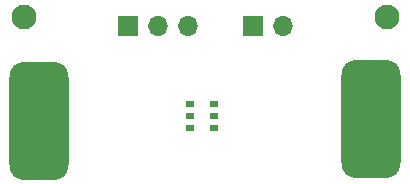
<source format=gbs>
%TF.GenerationSoftware,KiCad,Pcbnew,(6.0.4)*%
%TF.CreationDate,2022-07-28T21:40:12+10:00*%
%TF.ProjectId,GSR Sensor,47535220-5365-46e7-936f-722e6b696361,rev?*%
%TF.SameCoordinates,Original*%
%TF.FileFunction,Soldermask,Bot*%
%TF.FilePolarity,Negative*%
%FSLAX46Y46*%
G04 Gerber Fmt 4.6, Leading zero omitted, Abs format (unit mm)*
G04 Created by KiCad (PCBNEW (6.0.4)) date 2022-07-28 21:40:12*
%MOMM*%
%LPD*%
G01*
G04 APERTURE LIST*
G04 Aperture macros list*
%AMRoundRect*
0 Rectangle with rounded corners*
0 $1 Rounding radius*
0 $2 $3 $4 $5 $6 $7 $8 $9 X,Y pos of 4 corners*
0 Add a 4 corners polygon primitive as box body*
4,1,4,$2,$3,$4,$5,$6,$7,$8,$9,$2,$3,0*
0 Add four circle primitives for the rounded corners*
1,1,$1+$1,$2,$3*
1,1,$1+$1,$4,$5*
1,1,$1+$1,$6,$7*
1,1,$1+$1,$8,$9*
0 Add four rect primitives between the rounded corners*
20,1,$1+$1,$2,$3,$4,$5,0*
20,1,$1+$1,$4,$5,$6,$7,0*
20,1,$1+$1,$6,$7,$8,$9,0*
20,1,$1+$1,$8,$9,$2,$3,0*%
G04 Aperture macros list end*
%ADD10C,2.100000*%
%ADD11R,1.700000X1.700000*%
%ADD12O,1.700000X1.700000*%
%ADD13RoundRect,0.037100X0.317900X0.227900X-0.317900X0.227900X-0.317900X-0.227900X0.317900X-0.227900X0*%
%ADD14RoundRect,1.250000X-1.250000X3.750000X-1.250000X-3.750000X1.250000X-3.750000X1.250000X3.750000X0*%
G04 APERTURE END LIST*
D10*
%TO.C,REF*%
X158200000Y-95000000D03*
%TD*%
D11*
%TO.C,J1*%
X136275000Y-95800000D03*
D12*
X138815000Y-95800000D03*
X141355000Y-95800000D03*
%TD*%
D10*
%TO.C,REF\u002A\u002A*%
X127500000Y-95000000D03*
%TD*%
D11*
%TO.C,J2*%
X146925000Y-95800000D03*
D12*
X149465000Y-95800000D03*
%TD*%
D13*
%TO.C,U4*%
X143570000Y-102400000D03*
X143570000Y-103400000D03*
X143570000Y-104400000D03*
X141600000Y-104400000D03*
X141600000Y-103400000D03*
X141600000Y-102400000D03*
%TD*%
D14*
%TO.C,U2*%
X156905000Y-103695000D03*
%TD*%
%TO.C,U1*%
X128800000Y-103800000D03*
%TD*%
M02*

</source>
